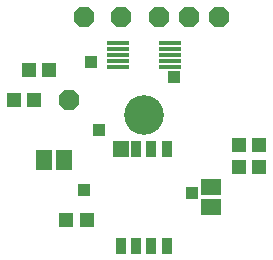
<source format=gts>
G75*
%MOIN*%
%OFA0B0*%
%FSLAX24Y24*%
%IPPOS*%
%LPD*%
%AMOC8*
5,1,8,0,0,1.08239X$1,22.5*
%
%ADD10C,0.1320*%
%ADD11R,0.0769X0.0158*%
%ADD12R,0.0375X0.0532*%
%ADD13R,0.0532X0.0532*%
%ADD14R,0.0473X0.0485*%
%ADD15R,0.0651X0.0572*%
%ADD16R,0.0572X0.0651*%
%ADD17OC8,0.0690*%
%ADD18R,0.0436X0.0436*%
D10*
X006180Y005680D03*
D11*
X005314Y007286D03*
X005314Y007483D03*
X005314Y007680D03*
X005314Y007877D03*
X005314Y008074D03*
X007046Y008074D03*
X007046Y007877D03*
X007046Y007680D03*
X007046Y007483D03*
X007046Y007286D03*
D12*
X006942Y004544D03*
X006430Y004544D03*
X005930Y004544D03*
X005930Y001316D03*
X006430Y001316D03*
X006942Y001316D03*
X005418Y001316D03*
D13*
X005430Y004544D03*
D14*
X003586Y002180D03*
X004274Y002180D03*
X002524Y006180D03*
X001836Y006180D03*
X002336Y007180D03*
X003024Y007180D03*
X009336Y004680D03*
X010024Y004680D03*
X010024Y003930D03*
X009336Y003930D03*
D15*
X008430Y003265D03*
X008430Y002595D03*
D16*
X003515Y004180D03*
X002845Y004180D03*
D17*
X003680Y006180D03*
X004180Y008930D03*
X005430Y008930D03*
X006680Y008930D03*
X007680Y008930D03*
X008680Y008930D03*
D18*
X007180Y006930D03*
X004680Y005180D03*
X004180Y003180D03*
X007780Y003080D03*
X004430Y007430D03*
M02*

</source>
